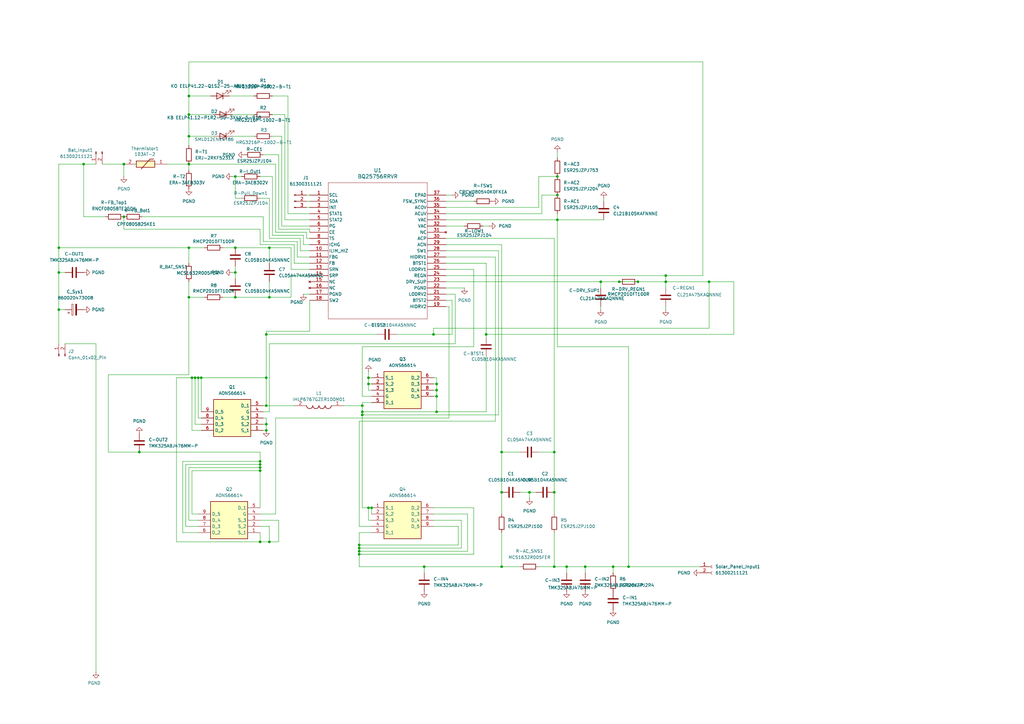
<source format=kicad_sch>
(kicad_sch (version 20250114) (generator "eeschema") (generator_version "9.0")
  (paper "A3")
  (lib_symbols
    (symbol "BQ25756:BQ25756RRVR" (pin_names (offset 0.254))
      (property "Reference" "U" (at 27.94 10.16 0))
      (property "Value" "BQ25756RRVR" (at 27.94 7.62 0))
      (symbol "BQ25756RRVR_0_1"
        (pin input line (at 0 0 0) (length 7.62) (name "SCL") (number "1"))
        (pin bidirectional line (at 0 -2.54 0) (length 7.62) (name "SDA") (number "2"))
        (pin output line (at 0 -5.08 0) (length 7.62) (name "INT") (number "3"))
        (pin output line (at 0 -7.62 0) (length 7.62) (name "STAT1") (number "4"))
        (pin output line (at 0 -10.16 0) (length 7.62) (name "STAT2") (number "5"))
        (pin output line (at 0 -12.7 0) (length 7.62) (name "PG") (number "6"))
        (pin bidirectional line (at 0 -15.24 0) (length 7.62) (name "CE") (number "7"))
        (pin input line (at 0 -17.78 0) (length 7.62) (name "TS") (number "8"))
        (pin input line (at 0 -20.32 0) (length 7.62) (name "ICHG") (number "9"))
        (pin input line (at 0 -22.86 0) (length 7.62) (name "ILIM_HIZ") (number "10"))
        (pin input line (at 0 -25.4 0) (length 7.62) (name "FBG") (number "11"))
        (pin input line (at 0 -27.94 0) (length 7.62) (name "FB") (number "12"))
        (pin input line (at 0 -30.48 0) (length 7.62) (name "SRN") (number "13"))
        (pin input line (at 0 -33.02 0) (length 7.62) (name "SRP") (number "14"))
        (pin no_connect line (at 0 -35.56 0) (length 7.62) (name "NC") (number "15"))
        (pin no_connect line (at 0 -38.1 0) (length 7.62) (name "NC") (number "16"))
        (pin power_out line (at 0 -40.64 0) (length 7.62) (name "PGND") (number "17"))
        (pin power_in line (at 0 -43.18 0) (length 7.62) (name "SW2") (number "18"))
        (pin power_out line (at 55.88 0 180) (length 7.62) (name "EPAD") (number "37"))
        (pin power_in line (at 55.88 -2.54 180) (length 7.62) (name "FSW_SYNC") (number "36"))
        (pin input line (at 55.88 -5.08 180) (length 7.62) (name "ACOV") (number "35"))
        (pin input line (at 55.88 -7.62 180) (length 7.62) (name "ACUV") (number "34"))
        (pin input line (at 55.88 -10.16 180) (length 7.62) (name "VAC") (number "33"))
        (pin power_in line (at 55.88 -12.7 180) (length 7.62) (name "VAC") (number "32"))
        (pin no_connect line (at 55.88 -15.24 180) (length 7.62) (name "NC") (number "31"))
        (pin input line (at 55.88 -17.78 180) (length 7.62) (name "ACP") (number "30"))
        (pin input line (at 55.88 -20.32 180) (length 7.62) (name "ACN") (number "29"))
        (pin power_in line (at 55.88 -22.86 180) (length 7.62) (name "SW1") (number "28"))
        (pin output line (at 55.88 -25.4 180) (length 7.62) (name "HIDRV1") (number "27"))
        (pin power_in line (at 55.88 -27.94 180) (length 7.62) (name "BTST1") (number "26"))
        (pin output line (at 55.88 -30.48 180) (length 7.62) (name "LODRV1") (number "25"))
        (pin power_in line (at 55.88 -33.02 180) (length 7.62) (name "REGN") (number "24"))
        (pin power_in line (at 55.88 -35.56 180) (length 7.62) (name "DRV_SUP") (number "23"))
        (pin power_in line (at 55.88 -38.1 180) (length 7.62) (name "PGND") (number "22"))
        (pin output line (at 55.88 -40.64 180) (length 7.62) (name "LODRV2") (number "21"))
        (pin power_in line (at 55.88 -43.18 180) (length 7.62) (name "BTST2") (number "20"))
        (pin output line (at 55.88 -45.72 180) (length 7.62) (name "HIDRV2") (number "19"))
      )
    )
    (symbol "Connector:Conn_01x02_Pin" (pin_names (offset 1.016) (hide yes))
      (property "Reference" "J" (at 0 2.54 0))
      (property "Value" "Conn_01x02_Pin" (at 0 -5.08 0))
      (symbol "Conn_01x02_Pin_1_1"
        (pin passive line (at 5.08 0 180) (length 3.81) (name "Pin_1") (number "1"))
        (pin passive line (at 5.08 -2.54 180) (length 3.81) (name "Pin_2") (number "2"))
      )
    )
    (symbol "Connector:Conn_01x02_Socket" (pin_names (offset 1.016) (hide yes))
      (property "Reference" "J" (at 0 2.54 0))
      (property "Value" "Conn_01x02_Socket" (at 0 -5.08 0))
      (symbol "Conn_01x02_Socket_1_1"
        (pin passive line (at -5.08 0 0) (length 3.81) (name "Pin_1") (number "1"))
        (pin passive line (at -5.08 -2.54 0) (length 3.81) (name "Pin_2") (number "2"))
      )
    )
    (symbol "Connector:Conn_01x03_Pin" (pin_names (offset 1.016) (hide yes))
      (property "Reference" "J" (at 0 5.08 0))
      (property "Value" "Conn_01x03_Pin" (at 0 -5.08 0))
      (symbol "Conn_01x03_Pin_1_1"
        (pin passive line (at 5.08 2.54 180) (length 3.81) (name "Pin_1") (number "1"))
        (pin passive line (at 5.08 0 180) (length 3.81) (name "Pin_2") (number "2"))
        (pin passive line (at 5.08 -2.54 180) (length 3.81) (name "Pin_3") (number "3"))
      )
    )
    (symbol "Device:C" (pin_numbers (hide yes)) (pin_names (offset 0.254))
      (property "Reference" "C" (at 0.635 2.54 0))
      (property "Value" "C" (at 0.635 -2.54 0))
      (symbol "C_1_1"
        (pin passive line (at 0 3.81 270) (length 2.794) (name "~") (number "1"))
        (pin passive line (at 0 -3.81 90) (length 2.794) (name "~") (number "2"))
      )
    )
    (symbol "Device:C_Polarized" (pin_numbers (hide yes)) (pin_names (offset 0.254))
      (property "Reference" "C" (at 0.635 2.54 0))
      (property "Value" "C_Polarized" (at 0.635 -2.54 0))
      (symbol "C_Polarized_1_1"
        (pin passive line (at 0 3.81 270) (length 2.794) (name "~") (number "1"))
        (pin passive line (at 0 -3.81 90) (length 2.794) (name "~") (number "2"))
      )
    )
    (symbol "Device:LED" (pin_numbers (hide yes)) (pin_names (offset 1.016) (hide yes))
      (property "Reference" "D" (at 0 2.54 0))
      (property "Value" "LED" (at 0 -2.54 0))
      (symbol "LED_1_1"
        (pin passive line (at -3.81 0 0) (length 2.54) (name "K") (number "1"))
        (pin passive line (at 3.81 0 180) (length 2.54) (name "A") (number "2"))
      )
    )
    (symbol "Device:R" (pin_numbers (hide yes)) (pin_names (offset 0))
      (property "Reference" "R" (at 2.032 0 90))
      (property "Value" "R" (at 0 0 90))
      (symbol "R_1_1"
        (pin passive line (at 0 3.81 270) (length 1.27) (name "~") (number "1"))
        (pin passive line (at 0 -3.81 90) (length 1.27) (name "~") (number "2"))
      )
    )
    (symbol "SamacSys_Parts:103AT-2" (pin_names (hide yes))
      (property "Reference" "RT" (at 13.97 6.35 0))
      (property "Value" "103AT-2" (at 13.97 3.81 0))
      (symbol "103AT-2_1_1"
        (pin passive line (at 0 0 0) (length 5.08) (name "1") (number "1"))
        (pin passive line (at 17.78 0 180) (length 5.08) (name "2") (number "2"))
      )
    )
    (symbol "SamacSys_Parts:AONS66614"
      (property "Reference" "Q" (at 21.59 7.62 0))
      (property "Value" "AONS66614" (at 21.59 5.08 0))
      (symbol "AONS66614_1_1"
        (pin passive line (at 0 0 0) (length 5.08) (name "S_1") (number "1"))
        (pin passive line (at 0 -2.54 0) (length 5.08) (name "S_2") (number "2"))
        (pin passive line (at 0 -5.08 0) (length 5.08) (name "S_3") (number "3"))
        (pin passive line (at 0 -7.62 0) (length 5.08) (name "G") (number "4"))
        (pin passive line (at 0 -10.16 0) (length 5.08) (name "D_1") (number "5"))
        (pin passive line (at 25.4 0 180) (length 5.08) (name "D_2") (number "6"))
        (pin passive line (at 25.4 -2.54 180) (length 5.08) (name "D_3") (number "7"))
        (pin passive line (at 25.4 -5.08 180) (length 5.08) (name "D_4") (number "8"))
        (pin passive line (at 25.4 -7.62 180) (length 5.08) (name "D_5") (number "9"))
      )
    )
    (symbol "SamacSys_Parts:IHLP6767GZER100M01" (pin_names (hide yes))
      (property "Reference" "L" (at 16.51 6.35 0))
      (property "Value" "IHLP6767GZER100M01" (at 16.51 3.81 0))
      (symbol "IHLP6767GZER100M01_1_1"
        (pin passive line (at 0 0 0) (length 5.08) (name "1") (number "1"))
        (pin passive line (at 20.32 0 180) (length 5.08) (name "2") (number "2"))
      )
    )
    (symbol "power:GND" (power) (pin_numbers (hide yes)) (pin_names (offset 0) (hide yes))
      (property "Value" "GND" (at 0 -3.81 0))
      (symbol "GND_1_1"
        (pin power_in line (at 0 0 270) (length 0) (name "~") (number "1"))
      )
    )
  )
  (junction (at 179.07 162.56))
  (junction (at 290.83 115.57))
  (junction (at 228.6 80.01))
  (junction (at 34.29 67.31))
  (junction (at 148.59 166.37))
  (junction (at 77.47 46.99))
  (junction (at 50.8 67.31))
  (junction (at 227.33 185.42))
  (junction (at 96.52 72.39))
  (junction (at 77.47 39.37))
  (junction (at 147.32 226.06))
  (junction (at 228.6 90.17))
  (junction (at 80.01 154.94))
  (junction (at 151.13 208.28))
  (junction (at 205.74 185.42))
  (junction (at 109.22 154.94))
  (junction (at 257.81 232.41))
  (junction (at 240.03 232.41))
  (junction (at 24.13 111.76))
  (junction (at 106.68 191.77))
  (junction (at 147.32 224.79))
  (junction (at 109.22 176.53))
  (junction (at 177.8 137.16))
  (junction (at 205.74 201.93))
  (junction (at 106.68 190.5))
  (junction (at 110.49 101.6))
  (junction (at 261.62 115.57))
  (junction (at 24.13 127))
  (junction (at 151.13 157.48))
  (junction (at 109.22 166.37))
  (junction (at 106.68 189.23))
  (junction (at 109.22 173.99))
  (junction (at 151.13 154.94))
  (junction (at 96.52 111.76))
  (junction (at 106.68 222.25))
  (junction (at 273.05 115.57))
  (junction (at 173.99 232.41))
  (junction (at 254 115.57))
  (junction (at 152.4 208.28))
  (junction (at 148.59 170.18))
  (junction (at 227.33 232.41))
  (junction (at 199.39 137.16))
  (junction (at 110.49 222.25))
  (junction (at 78.74 154.94))
  (junction (at 77.47 67.31))
  (junction (at 217.17 201.93))
  (junction (at 273.05 113.03))
  (junction (at 232.41 232.41))
  (junction (at 57.15 185.42))
  (junction (at 96.52 101.6))
  (junction (at 77.47 55.88))
  (junction (at 147.32 223.52))
  (junction (at 147.32 227.33))
  (junction (at 179.07 157.48))
  (junction (at 77.47 121.92))
  (junction (at 77.47 101.6))
  (junction (at 179.07 160.02))
  (junction (at 82.55 154.94))
  (junction (at 227.33 201.93))
  (junction (at 148.59 168.91))
  (junction (at 205.74 232.41))
  (junction (at 81.28 154.94))
  (junction (at 24.13 101.6))
  (junction (at 110.49 121.92))
  (junction (at 96.52 121.92))
  (junction (at 251.46 232.41))
  (junction (at 179.07 168.91))
  (junction (at 109.22 137.16))
  (junction (at 246.38 115.57))
  (junction (at 106.68 193.04))
  (junction (at 50.8 88.9))
  (junction (at 228.6 72.39))
  (wire (pts (xy 177.8 215.9) (xy 187.96 215.9)))
  (wire (pts (xy 182.88 80.01) (xy 185.42 80.01)))
  (wire (pts (xy 39.37 275.59) (xy 39.37 140.97)))
  (wire (pts (xy 96.52 111.76) (xy 96.52 114.3)))
  (wire (pts (xy 119.38 113.03) (xy 119.38 121.92)))
  (wire (pts (xy 222.25 80.01) (xy 228.6 80.01)))
  (wire (pts (xy 113.03 95.25) (xy 113.03 67.31)))
  (wire (pts (xy 147.32 226.06) (xy 147.32 227.33)))
  (wire (pts (xy 24.13 67.31) (xy 34.29 67.31)))
  (wire (pts (xy 50.8 88.9) (xy 50.8 93.98)))
  (wire (pts (xy 77.47 67.31) (xy 113.03 67.31)))
  (wire (pts (xy 147.32 223.52) (xy 147.32 224.79)))
  (wire (pts (xy 114.3 222.25) (xy 110.49 222.25)))
  (wire (pts (xy 77.47 121.92) (xy 83.82 121.92)))
  (wire (pts (xy 24.13 111.76) (xy 26.67 111.76)))
  (wire (pts (xy 148.59 162.56) (xy 152.4 162.56)))
  (wire (pts (xy 121.92 105.41) (xy 121.92 99.06)))
  (wire (pts (xy 246.38 115.57) (xy 246.38 118.11)))
  (wire (pts (xy 194.31 142.24) (xy 148.59 142.24)))
  (wire (pts (xy 107.95 88.9) (xy 58.42 88.9)))
  (wire (pts (xy 109.22 171.45) (xy 109.22 173.99)))
  (wire (pts (xy 217.17 201.93) (xy 219.71 201.93)))
  (wire (pts (xy 148.59 208.28) (xy 151.13 208.28)))
  (wire (pts (xy 177.8 162.56) (xy 179.07 162.56)))
  (wire (pts (xy 81.28 218.44) (xy 74.93 218.44)))
  (wire (pts (xy 44.45 185.42) (xy 57.15 185.42)))
  (wire (pts (xy 106.68 222.25) (xy 106.68 218.44)))
  (wire (pts (xy 44.45 185.42) (xy 44.45 153.67)))
  (wire (pts (xy 96.52 111.76) (xy 95.25 111.76)))
  (wire (pts (xy 203.2 172.72) (xy 147.32 172.72)))
  (wire (pts (xy 123.19 97.79) (xy 110.49 97.79)))
  (wire (pts (xy 115.57 92.71) (xy 127 92.71)))
  (wire (pts (xy 109.22 137.16) (xy 154.94 137.16)))
  (wire (pts (xy 77.47 39.37) (xy 77.47 46.99)))
  (wire (pts (xy 109.22 135.89) (xy 109.22 137.16)))
  (wire (pts (xy 189.23 213.36) (xy 189.23 224.79)))
  (wire (pts (xy 147.32 215.9) (xy 152.4 215.9)))
  (wire (pts (xy 227.33 232.41) (xy 232.41 232.41)))
  (wire (pts (xy 95.25 72.39) (xy 96.52 72.39)))
  (wire (pts (xy 57.15 185.42) (xy 106.68 185.42)))
  (wire (pts (xy 184.15 125.73) (xy 184.15 171.45)))
  (wire (pts (xy 118.11 87.63) (xy 127 87.63)))
  (wire (pts (xy 152.4 213.36) (xy 151.13 213.36)))
  (wire (pts (xy 148.59 142.24) (xy 148.59 162.56)))
  (wire (pts (xy 99.06 81.28) (xy 96.52 81.28)))
  (wire (pts (xy 148.59 166.37) (xy 148.59 168.91)))
  (wire (pts (xy 109.22 173.99) (xy 109.22 176.53)))
  (wire (pts (xy 177.8 208.28) (xy 194.31 208.28)))
  (wire (pts (xy 257.81 232.41) (xy 257.81 142.24)))
  (wire (pts (xy 125.73 97.79) (xy 127 97.79)))
  (wire (pts (xy 185.42 137.16) (xy 177.8 137.16)))
  (wire (pts (xy 124.46 96.52) (xy 111.76 96.52)))
  (wire (pts (xy 74.93 189.23) (xy 106.68 189.23)))
  (wire (pts (xy 111.76 46.99) (xy 116.84 46.99)))
  (wire (pts (xy 182.88 90.17) (xy 228.6 90.17)))
  (wire (pts (xy 107.95 166.37) (xy 109.22 166.37)))
  (wire (pts (xy 205.74 100.33) (xy 205.74 185.42)))
  (wire (pts (xy 127 93.98) (xy 114.3 93.98)))
  (wire (pts (xy 110.49 215.9) (xy 110.49 222.25)))
  (wire (pts (xy 77.47 191.77) (xy 106.68 191.77)))
  (wire (pts (xy 82.55 168.91) (xy 82.55 154.94)))
  (wire (pts (xy 127 110.49) (xy 119.38 110.49)))
  (wire (pts (xy 220.98 232.41) (xy 227.33 232.41)))
  (wire (pts (xy 257.81 232.41) (xy 287.02 232.41)))
  (wire (pts (xy 78.74 176.53) (xy 78.74 154.94)))
  (wire (pts (xy 81.28 213.36) (xy 77.47 213.36)))
  (wire (pts (xy 106.68 215.9) (xy 110.49 215.9)))
  (wire (pts (xy 114.3 213.36) (xy 114.3 222.25)))
  (wire (pts (xy 109.22 154.94) (xy 109.22 166.37)))
  (wire (pts (xy 152.4 208.28) (xy 152.4 210.82)))
  (wire (pts (xy 109.22 135.89) (xy 127 135.89)))
  (wire (pts (xy 199.39 137.16) (xy 199.39 138.43)))
  (wire (pts (xy 77.47 213.36) (xy 77.47 191.77)))
  (wire (pts (xy 113.03 210.82) (xy 106.68 210.82)))
  (wire (pts (xy 182.88 102.87) (xy 204.47 102.87)))
  (wire (pts (xy 177.8 160.02) (xy 179.07 160.02)))
  (wire (pts (xy 147.32 227.33) (xy 147.32 232.41)))
  (wire (pts (xy 110.49 101.6) (xy 119.38 101.6)))
  (wire (pts (xy 107.95 99.06) (xy 107.95 88.9)))
  (wire (pts (xy 194.31 110.49) (xy 194.31 142.24)))
  (wire (pts (xy 77.47 39.37) (xy 77.47 25.4)))
  (wire (pts (xy 246.38 127) (xy 246.38 125.73)))
  (wire (pts (xy 41.91 67.31) (xy 50.8 67.31)))
  (wire (pts (xy 290.83 134.62) (xy 177.8 134.62)))
  (wire (pts (xy 77.47 25.4) (xy 288.29 25.4)))
  (wire (pts (xy 110.49 140.97) (xy 186.69 140.97)))
  (wire (pts (xy 147.32 172.72) (xy 147.32 215.9)))
  (wire (pts (xy 177.8 213.36) (xy 189.23 213.36)))
  (wire (pts (xy 177.8 154.94) (xy 179.07 154.94)))
  (wire (pts (xy 127 123.19) (xy 127 135.89)))
  (wire (pts (xy 247.65 82.55) (xy 247.65 81.28)))
  (wire (pts (xy 148.59 170.18) (xy 204.47 170.18)))
  (wire (pts (xy 24.13 101.6) (xy 77.47 101.6)))
  (wire (pts (xy 148.59 165.1) (xy 148.59 166.37)))
  (wire (pts (xy 119.38 101.6) (xy 119.38 110.49)))
  (wire (pts (xy 182.88 125.73) (xy 184.15 125.73)))
  (wire (pts (xy 77.47 46.99) (xy 87.63 46.99)))
  (wire (pts (xy 204.47 102.87) (xy 204.47 170.18)))
  (wire (pts (xy 24.13 127) (xy 24.13 140.97)))
  (wire (pts (xy 179.07 168.91) (xy 148.59 168.91)))
  (wire (pts (xy 151.13 157.48) (xy 151.13 160.02)))
  (wire (pts (xy 194.31 208.28) (xy 194.31 227.33)))
  (wire (pts (xy 125.73 85.09) (xy 127 85.09)))
  (wire (pts (xy 72.39 154.94) (xy 78.74 154.94)))
  (wire (pts (xy 109.22 166.37) (xy 120.65 166.37)))
  (wire (pts (xy 120.65 107.95) (xy 127 107.95)))
  (wire (pts (xy 107.95 173.99) (xy 109.22 173.99)))
  (wire (pts (xy 106.68 191.77) (xy 106.68 190.5)))
  (wire (pts (xy 199.39 107.95) (xy 199.39 137.16)))
  (wire (pts (xy 93.98 39.37) (xy 104.14 39.37)))
  (wire (pts (xy 124.46 120.65) (xy 127 120.65)))
  (wire (pts (xy 81.28 154.94) (xy 82.55 154.94)))
  (wire (pts (xy 78.74 154.94) (xy 80.01 154.94)))
  (wire (pts (xy 34.29 88.9) (xy 43.18 88.9)))
  (wire (pts (xy 151.13 154.94) (xy 152.4 154.94)))
  (wire (pts (xy 182.88 113.03) (xy 273.05 113.03)))
  (wire (pts (xy 273.05 115.57) (xy 290.83 115.57)))
  (wire (pts (xy 24.13 67.31) (xy 24.13 101.6)))
  (wire (pts (xy 177.8 137.16) (xy 162.56 137.16)))
  (wire (pts (xy 191.77 226.06) (xy 147.32 226.06)))
  (wire (pts (xy 110.49 121.92) (xy 119.38 121.92)))
  (wire (pts (xy 39.37 140.97) (xy 26.67 140.97)))
  (wire (pts (xy 81.28 210.82) (xy 78.74 210.82)))
  (wire (pts (xy 110.49 81.28) (xy 106.68 81.28)))
  (wire (pts (xy 199.39 137.16) (xy 300.99 137.16)))
  (wire (pts (xy 187.96 223.52) (xy 147.32 223.52)))
  (wire (pts (xy 113.03 171.45) (xy 113.03 210.82)))
  (wire (pts (xy 261.62 115.57) (xy 254 115.57)))
  (wire (pts (xy 77.47 115.57) (xy 77.47 121.92)))
  (wire (pts (xy 152.4 160.02) (xy 151.13 160.02)))
  (wire (pts (xy 118.11 39.37) (xy 111.76 39.37)))
  (wire (pts (xy 125.73 95.25) (xy 125.73 97.79)))
  (wire (pts (xy 182.88 118.11) (xy 190.5 118.11)))
  (wire (pts (xy 76.2 215.9) (xy 76.2 190.5)))
  (wire (pts (xy 127 102.87) (xy 123.19 102.87)))
  (wire (pts (xy 151.13 208.28) (xy 152.4 208.28)))
  (wire (pts (xy 50.8 93.98) (xy 106.68 93.98)))
  (wire (pts (xy 186.69 120.65) (xy 182.88 120.65)))
  (wire (pts (xy 273.05 113.03) (xy 273.05 115.57)))
  (wire (pts (xy 273.05 115.57) (xy 261.62 115.57)))
  (wire (pts (xy 95.25 46.99) (xy 104.14 46.99)))
  (wire (pts (xy 83.82 101.6) (xy 77.47 101.6)))
  (wire (pts (xy 177.8 210.82) (xy 191.77 210.82)))
  (wire (pts (xy 91.44 101.6) (xy 96.52 101.6)))
  (wire (pts (xy 227.33 97.79) (xy 182.88 97.79)))
  (wire (pts (xy 78.74 210.82) (xy 78.74 193.04)))
  (wire (pts (xy 182.88 105.41) (xy 203.2 105.41)))
  (wire (pts (xy 106.68 93.98) (xy 106.68 100.33)))
  (wire (pts (xy 151.13 213.36) (xy 151.13 208.28)))
  (wire (pts (xy 24.13 111.76) (xy 24.13 127)))
  (wire (pts (xy 24.13 127) (xy 26.67 127)))
  (wire (pts (xy 77.47 55.88) (xy 87.63 55.88)))
  (wire (pts (xy 96.52 121.92) (xy 110.49 121.92)))
  (wire (pts (xy 124.46 100.33) (xy 127 100.33)))
  (wire (pts (xy 81.28 171.45) (xy 81.28 154.94)))
  (wire (pts (xy 232.41 232.41) (xy 240.03 232.41)))
  (wire (pts (xy 151.13 154.94) (xy 151.13 152.4)))
  (wire (pts (xy 107.95 176.53) (xy 109.22 176.53)))
  (wire (pts (xy 290.83 115.57) (xy 290.83 134.62)))
  (wire (pts (xy 177.8 134.62) (xy 177.8 137.16)))
  (wire (pts (xy 182.88 100.33) (xy 205.74 100.33)))
  (wire (pts (xy 182.88 92.71) (xy 190.5 92.71)))
  (wire (pts (xy 72.39 154.94) (xy 72.39 222.25)))
  (wire (pts (xy 96.52 81.28) (xy 96.52 72.39)))
  (wire (pts (xy 203.2 105.41) (xy 203.2 172.72)))
  (wire (pts (xy 77.47 67.31) (xy 77.47 69.85)))
  (wire (pts (xy 34.29 67.31) (xy 39.37 67.31)))
  (wire (pts (xy 111.76 55.88) (xy 115.57 55.88)))
  (wire (pts (xy 76.2 190.5) (xy 106.68 190.5)))
  (wire (pts (xy 184.15 171.45) (xy 113.03 171.45)))
  (wire (pts (xy 107.95 168.91) (xy 110.49 168.91)))
  (wire (pts (xy 151.13 154.94) (xy 151.13 157.48)))
  (wire (pts (xy 179.07 162.56) (xy 179.07 168.91)))
  (wire (pts (xy 114.3 93.98) (xy 114.3 63.5)))
  (wire (pts (xy 254 115.57) (xy 246.38 115.57)))
  (wire (pts (xy 96.52 109.22) (xy 96.52 111.76)))
  (wire (pts (xy 109.22 137.16) (xy 109.22 154.94)))
  (wire (pts (xy 77.47 101.6) (xy 77.47 107.95)))
  (wire (pts (xy 182.88 115.57) (xy 246.38 115.57)))
  (wire (pts (xy 107.95 63.5) (xy 114.3 63.5)))
  (wire (pts (xy 148.59 170.18) (xy 148.59 208.28)))
  (wire (pts (xy 106.68 213.36) (xy 114.3 213.36)))
  (wire (pts (xy 182.88 110.49) (xy 194.31 110.49)))
  (wire (pts (xy 127 90.17) (xy 116.84 90.17)))
  (wire (pts (xy 147.32 232.41) (xy 173.99 232.41)))
  (wire (pts (xy 182.88 85.09) (xy 220.98 85.09)))
  (wire (pts (xy 147.32 224.79) (xy 147.32 226.06)))
  (wire (pts (xy 86.36 39.37) (xy 77.47 39.37)))
  (wire (pts (xy 96.52 72.39) (xy 99.06 72.39)))
  (wire (pts (xy 78.74 193.04) (xy 106.68 193.04)))
  (wire (pts (xy 199.39 146.05) (xy 199.39 168.91)))
  (wire (pts (xy 74.93 218.44) (xy 74.93 189.23)))
  (wire (pts (xy 199.39 168.91) (xy 179.07 168.91)))
  (wire (pts (xy 127 105.41) (xy 121.92 105.41)))
  (wire (pts (xy 290.83 115.57) (xy 300.99 115.57)))
  (wire (pts (xy 152.4 157.48) (xy 151.13 157.48)))
  (wire (pts (xy 118.11 39.37) (xy 118.11 87.63)))
  (wire (pts (xy 147.32 218.44) (xy 147.32 223.52)))
  (wire (pts (xy 273.05 113.03) (xy 288.29 113.03)))
  (wire (pts (xy 220.98 85.09) (xy 220.98 72.39)))
  (wire (pts (xy 50.8 67.31) (xy 50.8 72.39)))
  (wire (pts (xy 107.95 171.45) (xy 109.22 171.45)))
  (wire (pts (xy 91.44 121.92) (xy 96.52 121.92)))
  (wire (pts (xy 140.97 166.37) (xy 148.59 166.37)))
  (wire (pts (xy 182.88 82.55) (xy 194.31 82.55)))
  (wire (pts (xy 82.55 176.53) (xy 78.74 176.53)))
  (wire (pts (xy 240.03 232.41) (xy 251.46 232.41)))
  (wire (pts (xy 213.36 201.93) (xy 217.17 201.93)))
  (wire (pts (xy 205.74 185.42) (xy 205.74 201.93)))
  (wire (pts (xy 106.68 100.33) (xy 120.65 100.33)))
  (wire (pts (xy 240.03 232.41) (xy 240.03 234.95)))
  (wire (pts (xy 81.28 215.9) (xy 76.2 215.9)))
  (wire (pts (xy 177.8 157.48) (xy 179.07 157.48)))
  (wire (pts (xy 205.74 218.44) (xy 205.74 232.41)))
  (wire (pts (xy 80.01 154.94) (xy 81.28 154.94)))
  (wire (pts (xy 82.55 171.45) (xy 81.28 171.45)))
  (wire (pts (xy 191.77 210.82) (xy 191.77 226.06)))
  (wire (pts (xy 288.29 25.4) (xy 288.29 113.03)))
  (wire (pts (xy 179.07 160.02) (xy 179.07 162.56)))
  (wire (pts (xy 82.55 154.94) (xy 109.22 154.94)))
  (wire (pts (xy 111.76 96.52) (xy 111.76 72.39)))
  (wire (pts (xy 179.07 157.48) (xy 179.07 160.02)))
  (wire (pts (xy 220.98 72.39) (xy 228.6 72.39)))
  (wire (pts (xy 127 93.98) (xy 127 95.25)))
  (wire (pts (xy 187.96 215.9) (xy 187.96 223.52)))
  (wire (pts (xy 110.49 101.6) (xy 110.49 107.95)))
  (wire (pts (xy 182.88 87.63) (xy 222.25 87.63)))
  (wire (pts (xy 80.01 173.99) (xy 80.01 154.94)))
  (wire (pts (xy 228.6 62.23) (xy 228.6 64.77)))
  (wire (pts (xy 115.57 92.71) (xy 115.57 55.88)))
  (wire (pts (xy 106.68 190.5) (xy 106.68 189.23)))
  (wire (pts (xy 77.47 55.88) (xy 77.47 59.69)))
  (wire (pts (xy 273.05 115.57) (xy 273.05 118.11)))
  (wire (pts (xy 186.69 140.97) (xy 186.69 120.65)))
  (wire (pts (xy 205.74 232.41) (xy 213.36 232.41)))
  (wire (pts (xy 123.19 102.87) (xy 123.19 97.79)))
  (wire (pts (xy 228.6 142.24) (xy 228.6 90.17)))
  (wire (pts (xy 77.47 46.99) (xy 77.47 55.88)))
  (wire (pts (xy 124.46 96.52) (xy 124.46 100.33)))
  (wire (pts (xy 148.59 168.91) (xy 148.59 170.18)))
  (wire (pts (xy 34.29 67.31) (xy 34.29 88.9)))
  (wire (pts (xy 110.49 115.57) (xy 110.49 121.92)))
  (wire (pts (xy 227.33 185.42) (xy 227.33 97.79)))
  (wire (pts (xy 220.98 185.42) (xy 227.33 185.42)))
  (wire (pts (xy 68.58 67.31) (xy 77.47 67.31)))
  (wire (pts (xy 273.05 125.73) (xy 273.05 127)))
  (wire (pts (xy 179.07 154.94) (xy 179.07 157.48)))
  (wire (pts (xy 110.49 97.79) (xy 110.49 81.28)))
  (wire (pts (xy 227.33 201.93) (xy 227.33 185.42)))
  (wire (pts (xy 125.73 95.25) (xy 113.03 95.25)))
  (wire (pts (xy 222.25 87.63) (xy 222.25 80.01)))
  (wire (pts (xy 300.99 137.16) (xy 300.99 115.57)))
  (wire (pts (xy 217.17 201.93) (xy 217.17 204.47)))
  (wire (pts (xy 182.88 123.19) (xy 185.42 123.19)))
  (wire (pts (xy 106.68 189.23) (xy 106.68 185.42)))
  (wire (pts (xy 194.31 227.33) (xy 147.32 227.33)))
  (wire (pts (xy 106.68 193.04) (xy 106.68 208.28)))
  (wire (pts (xy 110.49 222.25) (xy 106.68 222.25)))
  (wire (pts (xy 127 113.03) (xy 119.38 113.03)))
  (wire (pts (xy 227.33 232.41) (xy 227.33 218.44)))
  (wire (pts (xy 96.52 101.6) (xy 110.49 101.6)))
  (wire (pts (xy 251.46 232.41) (xy 257.81 232.41)))
  (wire (pts (xy 198.12 92.71) (xy 200.66 92.71)))
  (wire (pts (xy 205.74 201.93) (xy 205.74 210.82)))
  (wire (pts (xy 106.68 191.77) (xy 106.68 193.04)))
  (wire (pts (xy 257.81 142.24) (xy 228.6 142.24)))
  (wire (pts (xy 125.73 80.01) (xy 127 80.01)))
  (wire (pts (xy 44.45 153.67) (xy 77.47 153.67)))
  (wire (pts (xy 116.84 90.17) (xy 116.84 46.99)))
  (wire (pts (xy 227.33 210.82) (xy 227.33 201.93)))
  (wire (pts (xy 189.23 224.79) (xy 147.32 224.79)))
  (wire (pts (xy 185.42 123.19) (xy 185.42 137.16)))
  (wire (pts (xy 77.47 153.67) (xy 77.47 121.92)))
  (wire (pts (xy 110.49 168.91) (xy 110.49 140.97)))
  (wire (pts (xy 232.41 232.41) (xy 232.41 234.95)))
  (wire (pts (xy 125.73 82.55) (xy 127 82.55)))
  (wire (pts (xy 205.74 185.42) (xy 213.36 185.42)))
  (wire (pts (xy 82.55 173.99) (xy 80.01 173.99)))
  (wire (pts (xy 182.88 107.95) (xy 199.39 107.95)))
  (wire (pts (xy 120.65 100.33) (xy 120.65 107.95)))
  (wire (pts (xy 228.6 90.17) (xy 247.65 90.17)))
  (wire (pts (xy 95.25 55.88) (xy 104.14 55.88)))
  (wire (pts (xy 173.99 232.41) (xy 205.74 232.41)))
  (wire (pts (xy 173.99 234.95) (xy 173.99 232.41)))
  (wire (pts (xy 148.59 165.1) (xy 152.4 165.1)))
  (wire (pts (xy 251.46 232.41) (xy 251.46 234.95)))
  (wire (pts (xy 121.92 99.06) (xy 107.95 99.06)))
  (wire (pts (xy 152.4 218.44) (xy 147.32 218.44)))
  (wire (pts (xy 106.68 72.39) (xy 111.76 72.39)))
  (wire (pts (xy 228.6 87.63) (xy 228.6 90.17)))
  (wire (pts (xy 72.39 222.25) (xy 106.68 222.25)))
  (wire (pts (xy 24.13 101.6) (xy 24.13 111.76)))
  (symbol (lib_id "Device:C") (at 158.75 137.16 90) (unit 1)
    (property "Reference" "C-BTST2" (at 153.67 133.35 90))
    (property "Value" "CL05B104KA5NNNC" (at 161.544 133.35 90))
    (property "Footprint" "Capacitor_SMD:C_0402_1005Metric_Pad0.74x0.62mm_HandSolder" (effects (hide yes)))
    (property "Description" "Unpolarized capacitor" (effects (hide yes)))
  )
  (symbol (lib_id "power:GND") (at 185.42 80.01 90) (unit 1)
    (property "Reference" "#PWR024" (effects (hide yes)))
    (property "Value" "PGND" (at 189.23 80.0099 90) (effects (justify right)))
    (property "Description" "Power symbol creates a global label with name \"GND\" , ground" (effects (hide yes)))
  )
  (symbol (lib_id "power:GND") (at 39.37 275.59 0) (unit 1)
    (property "Reference" "#PWR026" (effects (hide yes)))
    (property "Value" "PGND" (at 38.608 280.162 0))
    (property "Description" "Power symbol creates a global label with name \"GND\" , ground" (effects (hide yes)))
  )
  (symbol (lib_id "Device:R") (at 251.46 238.76 0) (unit 1)
    (property "Reference" "R6" (at 254 237.4899 0) (effects (justify left)))
    (property "Value" "ESR25JZPJ2R4" (at 254 240.0299 0) (effects (justify left)))
    (property "Footprint" "Resistor_SMD:R_1210_3225Metric_Pad1.30x2.65mm_HandSolder" (effects (hide yes)))
    (property "Description" "Resistor" (effects (hide yes)))
  )
  (symbol (lib_id "power:GND") (at 217.17 204.47 0) (unit 1)
    (property "Reference" "#PWR014" (effects (hide yes)))
    (property "Value" "PGND" (at 217.17 209.55 0))
    (property "Description" "Power symbol creates a global label with name \"GND\" , ground" (effects (hide yes)))
  )
  (symbol (lib_id "power:GND") (at 200.66 92.71 90) (unit 1)
    (property "Reference" "#PWR018" (effects (hide yes)))
    (property "Value" "PGND" (at 204.47 92.7099 90) (effects (justify right)))
    (property "Description" "Power symbol creates a global label with name \"GND\" , ground" (effects (hide yes)))
  )
  (symbol (lib_id "power:GND") (at 240.03 242.57 0) (unit 1)
    (property "Reference" "#PWR019" (effects (hide yes)))
    (property "Value" "PGND" (at 240.03 247.65 0))
    (property "Description" "Power symbol creates a global label with name \"GND\" , ground" (effects (hide yes)))
  )
  (symbol (lib_id "power:GND") (at 232.41 242.57 0) (unit 1)
    (property "Reference" "#PWR025" (effects (hide yes)))
    (property "Value" "PGND" (at 232.41 247.65 0))
    (property "Description" "Power symbol creates a global label with name \"GND\" , ground" (effects (hide yes)))
  )
  (symbol (lib_id "Device:LED") (at 91.44 46.99 180) (unit 1)
    (property "Reference" "D2" (at 87.884 45.72 0))
    (property "Value" "KB EELP41.12-P1R2-36-3X4X-5-R18" (at 87.884 48.26 0))
    (property "Footprint" "LED_SMD:LED_0603_1608Metric_Pad1.05x0.95mm_HandSolder" (effects (hide yes)))
    (property "Description" "Light emitting diode" (effects (hide yes)))
  )
  (symbol (lib_id "Device:C") (at 209.55 201.93 90) (unit 1)
    (property "Reference" "C1" (at 209.55 194.31 90))
    (property "Value" "CL05B104KA5NNNC" (at 209.55 196.85 90))
    (property "Footprint" "Capacitor_SMD:C_0402_1005Metric_Pad0.74x0.62mm_HandSolder" (effects (hide yes)))
    (property "Description" "Unpolarized capacitor" (effects (hide yes)))
  )
  (symbol (lib_id "Device:R") (at 228.6 76.2 0) (unit 1)
    (property "Reference" "R-AC2" (at 231.14 74.9299 0) (effects (justify left)))
    (property "Value" "ESR25JZPJ204" (at 231.14 77.4699 0) (effects (justify left)))
    (property "Footprint" "Resistor_SMD:R_1210_3225Metric_Pad1.30x2.65mm_HandSolder" (effects (hide yes)))
    (property "Description" "Resistor" (effects (hide yes)))
  )
  (symbol (lib_id "power:GND") (at 287.02 234.95 270) (unit 1)
    (property "Reference" "#PWR021" (effects (hide yes)))
    (property "Value" "PGND" (at 283.21 234.9499 90) (effects (justify right)))
    (property "Description" "Power symbol creates a global label with name \"GND\" , ground" (effects (hide yes)))
  )
  (symbol (lib_id "Device:C_Polarized") (at 30.48 127 90) (unit 1)
    (property "Reference" "C_Sys1" (at 30.734 119.634 90))
    (property "Value" "860020473008" (at 30.988 122.174 90))
    (property "Footprint" "Capacitor_THT:CP_Radial_D6.3mm_P2.50mm" (effects (hide yes)))
    (property "Description" "Polarized capacitor" (effects (hide yes)))
  )
  (symbol (lib_id "Device:C") (at 57.15 181.61 0) (unit 1)
    (property "Reference" "C-OUT2" (at 60.96 180.3399 0) (effects (justify left)))
    (property "Value" "TMK325ABJ476MM-P" (at 60.96 182.8799 0) (effects (justify left)))
    (property "Footprint" "Capacitor_SMD:C_1210_3225Metric_Pad1.33x2.70mm_HandSolder" (effects (hide yes)))
    (property "Description" "Unpolarized capacitor" (effects (hide yes)))
  )
  (symbol (lib_id "power:GND") (at 34.29 127 90) (unit 1)
    (property "Reference" "#PWR023" (effects (hide yes)))
    (property "Value" "PGND" (at 37.592 127 90) (effects (justify right)))
    (property "Description" "Power symbol creates a global label with name \"GND\" , ground" (effects (hide yes)))
  )
  (symbol (lib_id "SamacSys_Parts:IHLP6767GZER100M01") (at 140.97 166.37 180) (unit 1)
    (property "Reference" "L1" (at 130.81 161.29 0))
    (property "Value" "IHLP6767GZER100M01" (at 130.81 163.83 0))
    (property "Footprint" "SamacSys_Parts:INDPM172172X700N" (effects (hide yes)))
    (property "Datasheet" "https://componentsearchengine.com/Datasheets/1/IHLP6767GZER100M01.pdf" (effects (hide yes)))
    (property "Description" "Power Choke Shielded Wirewound 10uH 20% 100KHz Powdered Iron 16.5A 0.012Ohm DCR 6767 T/R" (effects (hide yes)))
    (property "Height" "7" (effects (hide yes)))
    (property "Allied Part Number" "70396711" (effects (hide yes)))
    (property "Allied Price/Stock" "https://www.alliedelec.com/vishaydale-ihlp6767gzer100m01/70396711/" (effects (hide yes)))
    (property "Manufacturer_Name" "Vishay" (effects (hide yes)))
    (property "Manufacturer_Part_Number" "IHLP6767GZER100M01" (effects (hide yes)))
    (property "Allied_Number" "70396711" (effects (hide yes)))
  )
  (symbol (lib_id "power:GND") (at 273.05 127 0) (unit 1)
    (property "Reference" "#PWR013" (effects (hide yes)))
    (property "Value" "PGND" (at 273.05 132.08 0))
    (property "Description" "Power symbol creates a global label with name \"GND\" , ground" (effects (hide yes)))
  )
  (symbol (lib_id "power:GND") (at 251.46 250.19 0) (unit 1)
    (property "Reference" "#PWR020" (effects (hide yes)))
    (property "Value" "PGND" (at 251.46 255.27 0))
    (property "Description" "Power symbol creates a global label with name \"GND\" , ground" (effects (hide yes)))
  )
  (symbol (lib_id "power:GND") (at 50.8 72.39 0) (unit 1)
    (property "Reference" "#PWR03" (effects (hide yes)))
    (property "Value" "PGND" (at 50.8 77.47 0))
    (property "Description" "Power symbol creates a global label with name \"GND\" , ground" (effects (hide yes)))
  )
  (symbol (lib_id "Device:C") (at 96.52 118.11 0) (unit 1)
    (property "Reference" "C9" (at 100.33 116.8399 0) (effects (justify left)))
    (property "Value" "CL05B104KA5NNNC" (at 100.33 119.3799 0) (effects (justify left)))
    (property "Footprint" "Capacitor_SMD:C_0402_1005Metric_Pad0.74x0.62mm_HandSolder" (effects (hide yes)))
    (property "Description" "Unpolarized capacitor" (effects (hide yes)))
  )
  (symbol (lib_id "Device:R") (at 107.95 55.88 90) (unit 1)
    (property "Reference" "R3" (at 108.204 53.34 90))
    (property "Value" "HRG3216P-1002-B-T1" (at 108.204 58.42 90))
    (property "Footprint" "Resistor_SMD:R_1206_3216Metric_Pad1.30x1.75mm_HandSolder" (effects (hide yes)))
    (property "Description" "Resistor" (effects (hide yes)))
  )
  (symbol (lib_id "Device:C") (at 223.52 201.93 90) (unit 1)
    (property "Reference" "C2" (at 223.52 194.31 90))
    (property "Value" "CL05B104KA5NNNC" (at 223.52 196.85 90))
    (property "Footprint" "Capacitor_SMD:C_0402_1005Metric_Pad0.74x0.62mm_HandSolder" (effects (hide yes)))
    (property "Description" "Unpolarized capacitor" (effects (hide yes)))
  )
  (symbol (lib_id "power:GND") (at 173.99 242.57 0) (unit 1)
    (property "Reference" "#PWR011" (effects (hide yes)))
    (property "Value" "PGND" (at 173.99 247.65 0))
    (property "Description" "Power symbol creates a global label with name \"GND\" , ground" (effects (hide yes)))
  )
  (symbol (lib_id "power:GND") (at 201.93 82.55 90) (unit 1)
    (property "Reference" "#PWR017" (effects (hide yes)))
    (property "Value" "PGND" (at 205.74 82.5499 90) (effects (justify right)))
    (property "Description" "Power symbol creates a global label with name \"GND\" , ground" (effects (hide yes)))
  )
  (symbol (lib_id "Device:R") (at 87.63 101.6 90) (unit 1)
    (property "Reference" "R7" (at 87.63 96.774 90))
    (property "Value" "RMCP2010FT100R" (at 87.63 99.06 90))
    (property "Footprint" "Resistor_SMD:R_2010_5025Metric_Pad1.40x2.65mm_HandSolder" (effects (hide yes)))
    (property "Description" "Resistor" (effects (hide yes)))
  )
  (symbol (lib_id "power:GND") (at 151.13 152.4 180) (unit 1)
    (property "Reference" "#PWR09" (effects (hide yes)))
    (property "Value" "PGND" (at 153.67 147.574 0))
    (property "Description" "Power symbol creates a global label with name \"GND\" , ground" (effects (hide yes)))
  )
  (symbol (lib_id "Device:R") (at 104.14 63.5 90) (unit 1)
    (property "Reference" "R-CE1" (at 104.394 61.214 90))
    (property "Value" "ESR25JZPJ104" (at 104.394 66.04 90))
    (property "Footprint" "Resistor_SMD:R_1210_3225Metric_Pad1.30x2.65mm_HandSolder" (effects (hide yes)))
    (property "Description" "Resistor" (effects (hide yes)))
  )
  (symbol (lib_id "Connector:Conn_01x02_Pin") (at 39.37 62.23 90) (mirror x) (unit 1)
    (property "Reference" "Bat_Input1" (at 38.1 61.5949 90) (effects (justify left)))
    (property "Value" "61300211121" (at 38.1 64.1349 90) (effects (justify left)))
    (property "Footprint" "Connector_PinHeader_2.54mm:PinHeader_1x02_P2.54mm_Vertical" (effects (hide yes)))
    (property "Description" "Generic connector, single row, 01x02, script generated" (effects (hide yes)))
  )
  (symbol (lib_id "Device:R") (at 228.6 68.58 0) (unit 1)
    (property "Reference" "R-AC3" (at 231.14 67.3099 0) (effects (justify left)))
    (property "Value" "ESR25JZPJ753" (at 231.14 69.8499 0) (effects (justify left)))
    (property "Footprint" "Resistor_SMD:R_1210_3225Metric_Pad1.30x2.65mm_HandSolder" (effects (hide yes)))
    (property "Description" "Resistor" (effects (hide yes)))
  )
  (symbol (lib_id "power:GND") (at 228.6 62.23 180) (unit 1)
    (property "Reference" "#PWR015" (effects (hide yes)))
    (property "Value" "PGND" (at 228.6 57.15 0))
    (property "Description" "Power symbol creates a global label with name \"GND\" , ground" (effects (hide yes)))
  )
  (symbol (lib_id "Device:R") (at 77.47 63.5 0) (unit 1)
    (property "Reference" "R-T1" (at 80.01 62.2299 0) (effects (justify left)))
    (property "Value" "ERJ-2RKF5231X" (at 80.01 64.7699 0) (effects (justify left)))
    (property "Footprint" "Resistor_SMD:R_0402_1005Metric_Pad0.72x0.64mm_HandSolder" (effects (hide yes)))
    (property "Description" "Resistor" (effects (hide yes)))
  )
  (symbol (lib_id "power:GND") (at 190.5 118.11 0) (unit 1)
    (property "Reference" "#PWR04" (effects (hide yes)))
    (property "Value" "PGND" (at 190.5 123.19 0))
    (property "Description" "Power symbol creates a global label with name \"GND\" , ground" (effects (hide yes)))
  )
  (symbol (lib_id "Device:C") (at 246.38 121.92 0) (unit 1)
    (property "Reference" "C-DRV_SUP1" (at 233.426 119.126 0) (effects (justify left)))
    (property "Value" "CL21A475KAQNNNE" (at 237.744 122.428 0) (effects (justify left)))
    (property "Footprint" "Capacitor_SMD:C_0805_2012Metric_Pad1.18x1.45mm_HandSolder" (effects (hide yes)))
    (property "Description" "Unpolarized capacitor" (effects (hide yes)))
  )
  (symbol (lib_id "SamacSys_Parts:AONS66614") (at 152.4 208.28 0) (unit 1)
    (property "Reference" "Q4" (at 165.1 200.66 0))
    (property "Value" "AONS66614" (at 165.1 203.2 0))
    (property "Footprint" "SamacSys_Parts:AON6482" (effects (hide yes)))
    (property "Datasheet" "https://4donline.ihs.com/images/VipMasterIC/IC/ALOM/ALOM-S-A0020443660/ALOM-S-A0020443776-1.pdf?hkey=EF798316E3902B6ED9A73243A3159BB0" (effects (hide yes)))
    (property "Description" "60V N-Channel AlphaSGT TM" (effects (hide yes)))
    (property "Height" "1.05" (effects (hide yes)))
    (property "Arrow Part Number" "AONS66614" (effects (hide yes)))
    (property "Manufacturer_Name" "Alpha & Omega Semiconductors" (effects (hide yes)))
    (property "Manufacturer_Part_Number" "AONS66614" (effects (hide yes)))
  )
  (symbol (lib_id "Device:C") (at 199.39 142.24 0) (unit 1)
    (property "Reference" "C-BTST1" (at 189.992 145.034 0) (effects (justify left)))
    (property "Value" "CL05B104KA5NNNC" (at 193.294 147.32 0) (effects (justify left)))
    (property "Footprint" "Capacitor_SMD:C_0402_1005Metric_Pad0.74x0.62mm_HandSolder" (effects (hide yes)))
    (property "Description" "Unpolarized capacitor" (effects (hide yes)))
  )
  (symbol (lib_id "Device:R") (at 102.87 81.28 90) (unit 1)
    (property "Reference" "R-Pull_Down1" (at 102.87 79.248 90))
    (property "Value" "ESR25JZPJ104" (at 102.87 83.312 90))
    (property "Footprint" "Resistor_SMD:R_1210_3225Metric_Pad1.30x2.65mm_HandSolder" (effects (hide yes)))
    (property "Description" "Resistor" (effects (hide yes)))
  )
  (symbol (lib_id "power:GND") (at 100.33 63.5 270) (unit 1)
    (property "Reference" "#PWR01" (effects (hide yes)))
    (property "Value" "PGND" (at 96.52 63.4999 90) (effects (justify right)))
    (property "Description" "Power symbol creates a global label with name \"GND\" , ground" (effects (hide yes)))
  )
  (symbol (lib_id "power:GND") (at 34.29 111.76 90) (unit 1)
    (property "Reference" "#PWR022" (effects (hide yes)))
    (property "Value" "PGND" (at 37.592 111.76 90) (effects (justify right)))
    (property "Description" "Power symbol creates a global label with name \"GND\" , ground" (effects (hide yes)))
  )
  (symbol (lib_id "Device:R") (at 257.81 115.57 90) (unit 1)
    (property "Reference" "R-DRV_REGN1" (at 257.81 118.618 90))
    (property "Value" "RMCP2010FT100R" (at 257.81 120.65 90))
    (property "Footprint" "Resistor_SMD:R_2010_5025Metric_Pad1.40x2.65mm_HandSolder" (effects (hide yes)))
    (property "Description" "Resistor" (effects (hide yes)))
  )
  (symbol (lib_id "SamacSys_Parts:AONS66614") (at 107.95 176.53 180) (unit 1)
    (property "Reference" "Q1" (at 95.25 158.75 0))
    (property "Value" "AONS66614" (at 95.25 161.29 0))
    (property "Footprint" "SamacSys_Parts:AON6482" (effects (hide yes)))
    (property "Datasheet" "https://4donline.ihs.com/images/VipMasterIC/IC/ALOM/ALOM-S-A0020443660/ALOM-S-A0020443776-1.pdf?hkey=EF798316E3902B6ED9A73243A3159BB0" (effects (hide yes)))
    (property "Description" "60V N-Channel AlphaSGT TM" (effects (hide yes)))
    (property "Height" "1.05" (effects (hide yes)))
    (property "Arrow Part Number" "AONS66614" (effects (hide yes)))
    (property "Manufacturer_Name" "Alpha & Omega Semiconductors" (effects (hide yes)))
    (property "Manufacturer_Part_Number" "AONS66614" (effects (hide yes)))
  )
  (symbol (lib_id "Device:R") (at 46.99 88.9 270) (unit 1)
    (property "Reference" "R-FB_Top1" (at 46.736 83.058 90))
    (property "Value" "RNCF0805BTE250K" (at 46.736 85.598 90))
    (property "Footprint" "Resistor_SMD:R_0805_2012Metric_Pad1.20x1.40mm_HandSolder" (effects (hide yes)))
    (property "Description" "Resistor" (effects (hide yes)))
  )
  (symbol (lib_id "Device:C") (at 96.52 105.41 0) (unit 1)
    (property "Reference" "C8" (at 100.33 104.1399 0) (effects (justify left)))
    (property "Value" "CL05B104KA5NNNC" (at 100.33 106.6799 0) (effects (justify left)))
    (property "Footprint" "Capacitor_SMD:C_0402_1005Metric_Pad0.74x0.62mm_HandSolder" (effects (hide yes)))
    (property "Description" "Unpolarized capacitor" (effects (hide yes)))
  )
  (symbol (lib_id "Device:LED") (at 90.17 39.37 180) (unit 1)
    (property "Reference" "D1" (at 90.424 33.528 0))
    (property "Value" "KO EELP41.22-Q1S2-25-A8J8-020-R18" (at 90.424 35.306 0))
    (property "Footprint" "LED_SMD:LED_0603_1608Metric_Pad1.05x0.95mm_HandSolder" (effects (hide yes)))
    (property "Description" "Light emitting diode" (effects (hide yes)))
  )
  (symbol (lib_id "Device:R") (at 227.33 214.63 0) (unit 1)
    (property "Reference" "R5" (at 229.87 213.3599 0) (effects (justify left)))
    (property "Value" "ESR25JZPJ100" (at 229.87 215.8999 0) (effects (justify left)))
    (property "Footprint" "Resistor_SMD:R_1210_3225Metric_Pad1.30x2.65mm_HandSolder" (effects (hide yes)))
    (property "Description" "Resistor" (effects (hide yes)))
  )
  (symbol (lib_id "Device:R") (at 102.87 72.39 90) (unit 1)
    (property "Reference" "R-I_Out1" (at 102.616 70.358 90))
    (property "Value" "ERA-3AEB302V" (at 102.616 74.93 90))
    (property "Footprint" "Resistor_SMD:R_0603_1608Metric_Pad0.98x0.95mm_HandSolder" (effects (hide yes)))
    (property "Description" "Resistor" (effects (hide yes)))
  )
  (symbol (lib_id "Device:C") (at 273.05 121.92 0) (unit 1)
    (property "Reference" "C-REGN1" (at 275.844 118.11 0) (effects (justify left)))
    (property "Value" "CL21A475KAQNNNE" (at 277.622 120.904 0) (effects (justify left)))
    (property "Footprint" "Capacitor_SMD:C_0805_2012Metric_Pad1.18x1.45mm_HandSolder" (effects (hide yes)))
    (property "Description" "Unpolarized capacitor" (effects (hide yes)))
  )
  (symbol (lib_id "power:GND") (at 247.65 81.28 180) (unit 1)
    (property "Reference" "#PWR016" (effects (hide yes)))
    (property "Value" "PGND" (at 247.65 76.2 0))
    (property "Description" "Power symbol creates a global label with name \"GND\" , ground" (effects (hide yes)))
  )
  (symbol (lib_id "Device:R") (at 54.61 88.9 90) (unit 1)
    (property "Reference" "R-FB_Bot1" (at 56.388 86.36 90))
    (property "Value" "CPF0805B25KE1" (at 55.88 91.948 90))
    (property "Footprint" "Resistor_SMD:R_0805_2012Metric_Pad1.20x1.40mm_HandSolder" (effects (hide yes)))
    (property "Description" "Resistor" (effects (hide yes)))
  )
  (symbol (lib_id "Device:R") (at 87.63 121.92 90) (unit 1)
    (property "Reference" "R8" (at 87.63 117.094 90))
    (property "Value" "RMCP2010FT100R" (at 87.63 119.38 90))
    (property "Footprint" "Resistor_SMD:R_2010_5025Metric_Pad1.40x2.65mm_HandSolder" (effects (hide yes)))
    (property "Description" "Resistor" (effects (hide yes)))
  )
  (symbol (lib_id "power:GND") (at 57.15 177.8 180) (unit 1)
    (property "Reference" "#PWR010" (effects (hide yes)))
    (property "Value" "PGND" (at 57.15 172.72 0))
    (property "Description" "Power symbol creates a global label with name \"GND\" , ground" (effects (hide yes)))
  )
  (symbol (lib_id "power:GND") (at 246.38 127 0) (unit 1)
    (property "Reference" "#PWR012" (effects (hide yes)))
    (property "Value" "PGND" (at 246.38 132.08 0))
    (property "Description" "Power symbol creates a global label with name \"GND\" , ground" (effects (hide yes)))
  )
  (symbol (lib_id "Device:R") (at 107.95 39.37 90) (unit 1)
    (property "Reference" "R1" (at 107.95 33.02 90))
    (property "Value" "HRG3216P-1002-B-T1" (at 107.95 35.56 90))
    (property "Footprint" "Resistor_SMD:R_1206_3216Metric_Pad1.30x1.75mm_HandSolder" (effects (hide yes)))
    (property "Description" "Resistor" (effects (hide yes)))
  )
  (symbol (lib_id "Device:LED") (at 91.44 55.88 180) (unit 1)
    (property "Reference" "D3" (at 87.884 54.61 0))
    (property "Value" "SMLD12EN1WT86" (at 87.884 57.15 0))
    (property "Footprint" "LED_SMD:LED_0603_1608Metric_Pad1.05x0.95mm_HandSolder" (effects (hide yes)))
    (property "Description" "Light emitting diode" (effects (hide yes)))
  )
  (symbol (lib_id "Device:R") (at 77.47 73.66 0) (unit 1)
    (property "Reference" "R-T2" (at 70.866 72.39 0) (effects (justify left)))
    (property "Value" "ERA-3AEB303V" (at 69.342 74.93 0) (effects (justify left)))
    (property "Footprint" "Resistor_SMD:R_0603_1608Metric_Pad0.98x0.95mm_HandSolder" (effects (hide yes)))
    (property "Description" "Resistor" (effects (hide yes)))
  )
  (symbol (lib_id "power:GND") (at 77.47 77.47 0) (unit 1)
    (property "Reference" "#PWR02" (effects (hide yes)))
    (property "Value" "PGND" (at 77.47 82.55 0))
    (property "Description" "Power symbol creates a global label with name \"GND\" , ground" (effects (hide yes)))
  )
  (symbol (lib_id "Device:R") (at 77.47 111.76 0) (unit 1)
    (property "Reference" "R_BAT_SNS1" (at 65.278 109.474 0) (effects (justify left)))
    (property "Value" "MCS1632R005FER" (at 72.39 112.014 0) (effects (justify left)))
    (property "Footprint" "Resistor_SMD:R_1206_3216Metric_Pad1.30x1.75mm_HandSolder" (effects (hide yes)))
    (property "Description" "Resistor" (effects (hide yes)))
  )
  (symbol (lib_id "Connector:Conn_01x03_Pin") (at 120.65 82.55 0) (unit 1)
    (property "Reference" "J1" (at 125.476 72.898 0))
    (property "Value" "61300311121" (at 125.476 75.438 0))
    (property "Footprint" "Connector_PinSocket_2.54mm:PinSocket_1x03_P2.54mm_Vertical" (effects (hide yes)))
    (property "Description" "Generic connector, single row, 01x03, script generated" (effects (hide yes)))
  )
  (symbol (lib_id "SamacSys_Parts:AONS66614") (at 152.4 154.94 0) (unit 1)
    (property "Reference" "Q3" (at 165.1 147.32 0))
    (property "Value" "AONS66614" (at 165.1 149.86 0))
    (property "Footprint" "SamacSys_Parts:AON6482" (effects (hide yes)))
    (property "Datasheet" "https://4donline.ihs.com/images/VipMasterIC/IC/ALOM/ALOM-S-A0020443660/ALOM-S-A0020443776-1.pdf?hkey=EF798316E3902B6ED9A73243A3159BB0" (effects (hide yes)))
    (property "Description" "60V N-Channel AlphaSGT TM" (effects (hide yes)))
    (property "Height" "1.05" (effects (hide yes)))
    (property "Arrow Part Number" "AONS66614" (effects (hide yes)))
    (property "Manufacturer_Name" "Alpha & Omega Semiconductors" (effects (hide yes)))
    (property "Manufacturer_Part_Number" "AONS66614" (effects (hide yes)))
  )
  (symbol (lib_id "BQ25756:BQ25756RRVR") (at 127 80.01 0) (unit 1)
    (property "Reference" "U1" (at 154.94 69.85 0) (effects (font (size 1.524 1.524))))
    (property "Value" "BQ25756RRVR" (at 154.94 72.39 0) (effects (font (size 1.524 1.524))))
    (property "Footprint" "BQ25756:VQFN36_RRV_TEX" (effects (hide yes)))
    (property "Datasheet" "BQ25756RRVR" (effects (hide yes)))
  )
  (symbol (lib_id "Device:C") (at 30.48 111.76 90) (unit 1)
    (property "Reference" "C-OUT1" (at 30.48 104.14 90))
    (property "Value" "TMK325ABJ476MM-P" (at 30.48 106.68 90))
    (property "Footprint" "Capacitor_SMD:C_1210_3225Metric_Pad1.33x2.70mm_HandSolder" (effects (hide yes)))
    (property "Description" "Unpolarized capacitor" (effects (hide yes)))
  )
  (symbol (lib_id "Connector:Conn_01x02_Pin") (at 24.13 146.05 90) (unit 1)
    (property "Reference" "J2" (at 27.94 144.1449 90) (effects (justify right)))
    (property "Value" "Conn_01x02_Pin" (at 27.94 146.6849 90) (effects (justify right)))
    (property "Footprint" "Connector_PinSocket_2.54mm:PinSocket_1x02_P2.54mm_Vertical" (effects (hide yes)))
    (property "Description" "Generic connector, single row, 01x02, script generated" (effects (hide yes)))
  )
  (symbol (lib_id "Device:C") (at 217.17 185.42 90) (unit 1)
    (property "Reference" "C3" (at 217.17 177.8 90))
    (property "Value" "CL05A474KA5NNNC" (at 217.17 180.34 90))
    (property "Footprint" "Capacitor_SMD:C_0402_1005Metric_Pad0.74x0.62mm_HandSolder" (effects (hide yes)))
    (property "Description" "Unpolarized capacitor" (effects (hide yes)))
  )
  (symbol (lib_id "SamacSys_Parts:103AT-2") (at 68.58 67.31 180) (unit 1)
    (property "Reference" "Thermistor1" (at 59.436 60.96 0))
    (property "Value" "103AT-2" (at 59.436 63.246 0))
    (property "Footprint" "SamacSys_Parts:103AT2" (effects (hide yes)))
    (property "Datasheet" "https://www.semitec-global.com/uploads/2022/01/P12-13-AT-Thermistor.pdf" (effects (hide yes)))
    (property "Description" "NTC (Negative Temperature Coefficient) Thermistors 10kohm 1%" (effects (hide yes)))
    (property "Height" "9.5" (effects (hide yes)))
    (property "Mouser Part Number" "954-103AT-2" (effects (hide yes)))
    (property "Mouser Price/Stock" "https://www.mouser.co.uk/ProductDetail/Semitec/103AT-2?qs=wgO0AD0o1vvcDzsKguD%252Bew%3D%3D" (effects (hide yes)))
    (property "Manufacturer_Name" "Semitec" (effects (hide yes)))
    (property "Manufacturer_Part_Number" "103AT-2" (effects (hide yes)))
  )
  (symbol (lib_id "Device:C") (at 251.46 246.38 0) (unit 1)
    (property "Reference" "C-IN1" (at 255.27 245.1099 0) (effects (justify left)))
    (property "Value" "TMK325ABJ476MM-P" (at 255.27 247.6499 0) (effects (justify left)))
    (property "Footprint" "Capacitor_SMD:C_1210_3225Metric_Pad1.33x2.70mm_HandSolder" (effects (hide yes)))
    (property "Description" "Unpolarized capacitor" (effects (hide yes)))
  )
  (symbol (lib_id "Device:C") (at 232.41 238.76 0) (unit 1)
    (property "Reference" "C-IN3" (at 223.52 237.998 0) (effects (justify left)))
    (property "Value" "TMK325ABJ476MM-P" (at 224.79 241.046 0) (effects (justify left)))
    (property "Footprint" "Capacitor_SMD:C_1210_3225Metric_Pad1.33x2.70mm_HandSolder" (effects (hide yes)))
    (property "Description" "Unpolarized capacitor" (effects (hide yes)))
  )
  (symbol (lib_id "Device:C") (at 247.65 86.36 0) (unit 1)
    (property "Reference" "C4" (at 251.46 85.0899 0) (effects (justify left)))
    (property "Value" "CL21B105KAFNNNE" (at 251.46 87.6299 0) (effects (justify left)))
    (property "Footprint" "Capacitor_SMD:C_0805_2012Metric_Pad1.18x1.45mm_HandSolder" (effects (hide yes)))
    (property "Description" "Unpolarized capacitor" (effects (hide yes)))
  )
  (symbol (lib_id "power:GND") (at 95.25 72.39 270) (unit 1)
    (property "Reference" "#PWR05" (effects (hide yes)))
    (property "Value" "PGND" (at 92.202 72.39 90) (effects (justify right)))
    (property "Description" "Power symbol creates a global label with name \"GND\" , ground" (effects (hide yes)))
  )
  (symbol (lib_id "power:GND") (at 124.46 120.65 0) (unit 1)
    (property "Reference" "#PWR07" (effects (hide yes)))
    (property "Value" "PGND" (at 121.666 123.952 0))
    (property "Description" "Power symbol creates a global label with name \"GND\" , ground" (effects (hide yes)))
  )
  (symbol (lib_id "Device:R") (at 205.74 214.63 0) (unit 1)
    (property "Reference" "R4" (at 208.28 213.3599 0) (effects (justify left)))
    (property "Value" "ESR25JZPJ100" (at 208.28 215.8999 0) (effects (justify left)))
    (property "Footprint" "Resistor_SMD:R_1210_3225Metric_Pad1.30x2.65mm_HandSolder" (effects (hide yes)))
    (property "Description" "Resistor" (effects (hide yes)))
  )
  (symbol (lib_id "Device:R") (at 198.12 82.55 90) (unit 1)
    (property "Reference" "R-FSW1" (at 198.12 76.2 90))
    (property "Value" "CRCW080540K0FKEA" (at 198.12 78.74 90))
    (property "Footprint" "Resistor_SMD:R_0805_2012Metric_Pad1.20x1.40mm_HandSolder" (effects (hide yes)))
    (property "Description" "Resistor" (effects (hide yes)))
  )
  (symbol (lib_id "Device:R") (at 107.95 46.99 90) (unit 1)
    (property "Reference" "R2" (at 107.95 44.196 90))
    (property "Value" "HRG3216P-1002-B-T1" (at 107.696 49.276 90))
    (property "Footprint" "Resistor_SMD:R_1206_3216Metric_Pad1.30x1.75mm_HandSolder" (effects (hide yes)))
    (property "Description" "Resistor" (effects (hide yes)))
  )
  (symbol (lib_id "Device:C") (at 240.03 238.76 0) (unit 1)
    (property "Reference" "C-IN2" (at 243.84 237.4899 0) (effects (justify left)))
    (property "Value" "TMK325ABJ476MM-P" (at 243.84 240.0299 0) (effects (justify left)))
    (property "Footprint" "Capacitor_SMD:C_1210_3225Metric_Pad1.33x2.70mm_HandSolder" (effects (hide yes)))
    (property "Description" "Unpolarized capacitor" (effects (hide yes)))
  )
  (symbol (lib_id "Device:C") (at 173.99 238.76 180) (unit 1)
    (property "Reference" "C-IN4" (at 177.8 237.4899 0) (effects (justify right)))
    (property "Value" "TMK325ABJ476MM-P" (at 177.8 240.0299 0) (effects (justify right)))
    (property "Footprint" "Capacitor_SMD:C_1210_3225Metric_Pad1.33x2.70mm_HandSolder" (effects (hide yes)))
    (property "Description" "Unpolarized capacitor" (effects (hide yes)))
  )
  (symbol (lib_id "Connector:Conn_01x02_Socket") (at 292.1 232.41 0) (unit 1)
    (property "Reference" "Solar_Panel_Input1" (at 293.37 232.4099 0) (effects (justify left)))
    (property "Value" "61300211121" (at 293.37 234.9499 0) (effects (justify left)))
    (property "Footprint" "Connector_PinSocket_2.54mm:PinSocket_1x02_P2.54mm_Vertical" (effects (hide yes)))
    (property "Description" "Generic connector, single row, 01x02, script generated" (effects (hide yes)))
  )
  (symbol (lib_id "Device:C") (at 110.49 111.76 0) (unit 1)
    (property "Reference" "C7" (at 114.3 110.4899 0) (effects (justify left)))
    (property "Value" "CL05A474KA5NNNC" (at 114.3 113.0299 0) (effects (justify left)))
    (property "Footprint" "Capacitor_SMD:C_0402_1005Metric_Pad0.74x0.62mm_HandSolder" (effects (hide yes)))
    (property "Description" "Unpolarized capacitor" (effects (hide yes)))
  )
  (symbol (lib_id "SamacSys_Parts:AONS66614") (at 106.68 218.44 180) (unit 1)
    (property "Reference" "Q2" (at 93.98 200.66 0))
    (property "Value" "AONS66614" (at 93.98 203.2 0))
    (property "Footprint" "SamacSys_Parts:AON6482" (effects (hide yes)))
    (property "Datasheet" "https://4donline.ihs.com/images/VipMasterIC/IC/ALOM/ALOM-S-A0020443660/ALOM-S-A0020443776-1.pdf?hkey=EF798316E3902B6ED9A73243A3159BB0" (effects (hide yes)))
    (property "Description" "60V N-Channel AlphaSGT TM" (effects (hide yes)))
    (property "Height" "1.05" (effects (hide yes)))
    (property "Arrow Part Number" "AONS66614" (effects (hide yes)))
    (property "Manufacturer_Name" "Alpha & Omega Semiconductors" (effects (hide yes)))
    (property "Manufacturer_Part_Number" "AONS66614" (effects (hide yes)))
  )
  (symbol (lib_id "Device:R") (at 194.31 92.71 90) (unit 1)
    (property "Reference" "R-LOW1" (at 194.564 94.742 90))
    (property "Value" "ESR25JZPJ104" (at 194.564 96.52 90))
    (property "Footprint" "Resistor_SMD:R_1210_3225Metric_Pad1.30x2.65mm_HandSolder" (effects (hide yes)))
    (property "Description" "Resistor" (effects (hide yes)))
  )
  (symbol (lib_id "power:GND") (at 95.25 111.76 270) (unit 1)
    (property "Reference" "#PWR06" (effects (hide yes)))
    (property "Value" "PGND" (at 91.948 111.76 90) (effects (justify right)))
    (property "Description" "Power symbol creates a global label with name \"GND\" , ground" (effects (hide yes)))
  )
  (symbol (lib_id "Device:R") (at 228.6 83.82 0) (unit 1)
    (property "Reference" "R-AC1" (at 231.14 82.5499 0) (effects (justify left)))
    (property "Value" "ESR25JZPJ105" (at 231.14 85.0899 0) (effects (justify left)))
    (property "Footprint" "Resistor_SMD:R_1210_3225Metric_Pad1.30x2.65mm_HandSolder" (effects (hide yes)))
    (property "Description" "Resistor" (effects (hide yes)))
  )
  (symbol (lib_id "power:GND") (at 109.22 176.53 0) (unit 1)
    (property "Reference" "#PWR08" (effects (hide yes)))
    (property "Value" "PGND" (at 109.22 181.61 0))
    (property "Description" "Power symbol creates a global label with name \"GND\" , ground" (effects (hide yes)))
  )
  (symbol (lib_id "Device:R") (at 217.17 232.41 90) (unit 1)
    (property "Reference" "R-AC_SNS1" (at 217.17 226.06 90))
    (property "Value" "MCS1632R005FER" (at 217.17 228.6 90))
    (property "Footprint" "Resistor_SMD:R_1206_3216Metric_Pad1.30x1.75mm_HandSolder" (effects (hide yes)))
    (property "Description" "Resistor" (effects (hide yes)))
  )
)
</source>
